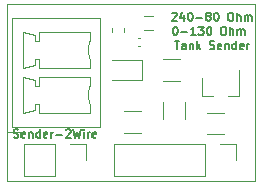
<source format=gbr>
%TF.GenerationSoftware,KiCad,Pcbnew,(5.1.8-0-10_14)*%
%TF.CreationDate,2020-11-19T20:53:49+01:00*%
%TF.ProjectId,Tank_Sender,54616e6b-5f53-4656-9e64-65722e6b6963,rev?*%
%TF.SameCoordinates,Original*%
%TF.FileFunction,Legend,Top*%
%TF.FilePolarity,Positive*%
%FSLAX46Y46*%
G04 Gerber Fmt 4.6, Leading zero omitted, Abs format (unit mm)*
G04 Created by KiCad (PCBNEW (5.1.8-0-10_14)) date 2020-11-19 20:53:49*
%MOMM*%
%LPD*%
G01*
G04 APERTURE LIST*
%ADD10C,0.150000*%
%TA.AperFunction,Profile*%
%ADD11C,0.050000*%
%TD*%
%ADD12C,0.120000*%
G04 APERTURE END LIST*
D10*
X119600000Y-87283333D02*
X119700000Y-87316666D01*
X119866666Y-87316666D01*
X119933333Y-87283333D01*
X119966666Y-87250000D01*
X120000000Y-87183333D01*
X120000000Y-87116666D01*
X119966666Y-87050000D01*
X119933333Y-87016666D01*
X119866666Y-86983333D01*
X119733333Y-86950000D01*
X119666666Y-86916666D01*
X119633333Y-86883333D01*
X119600000Y-86816666D01*
X119600000Y-86750000D01*
X119633333Y-86683333D01*
X119666666Y-86650000D01*
X119733333Y-86616666D01*
X119900000Y-86616666D01*
X120000000Y-86650000D01*
X120566666Y-87283333D02*
X120500000Y-87316666D01*
X120366666Y-87316666D01*
X120300000Y-87283333D01*
X120266666Y-87216666D01*
X120266666Y-86950000D01*
X120300000Y-86883333D01*
X120366666Y-86850000D01*
X120500000Y-86850000D01*
X120566666Y-86883333D01*
X120600000Y-86950000D01*
X120600000Y-87016666D01*
X120266666Y-87083333D01*
X120900000Y-86850000D02*
X120900000Y-87316666D01*
X120900000Y-86916666D02*
X120933333Y-86883333D01*
X121000000Y-86850000D01*
X121100000Y-86850000D01*
X121166666Y-86883333D01*
X121200000Y-86950000D01*
X121200000Y-87316666D01*
X121833333Y-87316666D02*
X121833333Y-86616666D01*
X121833333Y-87283333D02*
X121766666Y-87316666D01*
X121633333Y-87316666D01*
X121566666Y-87283333D01*
X121533333Y-87250000D01*
X121500000Y-87183333D01*
X121500000Y-86983333D01*
X121533333Y-86916666D01*
X121566666Y-86883333D01*
X121633333Y-86850000D01*
X121766666Y-86850000D01*
X121833333Y-86883333D01*
X122433333Y-87283333D02*
X122366666Y-87316666D01*
X122233333Y-87316666D01*
X122166666Y-87283333D01*
X122133333Y-87216666D01*
X122133333Y-86950000D01*
X122166666Y-86883333D01*
X122233333Y-86850000D01*
X122366666Y-86850000D01*
X122433333Y-86883333D01*
X122466666Y-86950000D01*
X122466666Y-87016666D01*
X122133333Y-87083333D01*
X122766666Y-87316666D02*
X122766666Y-86850000D01*
X122766666Y-86983333D02*
X122800000Y-86916666D01*
X122833333Y-86883333D01*
X122900000Y-86850000D01*
X122966666Y-86850000D01*
X123200000Y-87050000D02*
X123733333Y-87050000D01*
X124033333Y-86683333D02*
X124066666Y-86650000D01*
X124133333Y-86616666D01*
X124300000Y-86616666D01*
X124366666Y-86650000D01*
X124400000Y-86683333D01*
X124433333Y-86750000D01*
X124433333Y-86816666D01*
X124400000Y-86916666D01*
X124000000Y-87316666D01*
X124433333Y-87316666D01*
X124666666Y-86616666D02*
X124833333Y-87316666D01*
X124966666Y-86816666D01*
X125100000Y-87316666D01*
X125266666Y-86616666D01*
X125533333Y-87316666D02*
X125533333Y-86850000D01*
X125533333Y-86616666D02*
X125500000Y-86650000D01*
X125533333Y-86683333D01*
X125566666Y-86650000D01*
X125533333Y-86616666D01*
X125533333Y-86683333D01*
X125866666Y-87316666D02*
X125866666Y-86850000D01*
X125866666Y-86983333D02*
X125900000Y-86916666D01*
X125933333Y-86883333D01*
X126000000Y-86850000D01*
X126066666Y-86850000D01*
X126566666Y-87283333D02*
X126500000Y-87316666D01*
X126366666Y-87316666D01*
X126300000Y-87283333D01*
X126266666Y-87216666D01*
X126266666Y-86950000D01*
X126300000Y-86883333D01*
X126366666Y-86850000D01*
X126500000Y-86850000D01*
X126566666Y-86883333D01*
X126600000Y-86950000D01*
X126600000Y-87016666D01*
X126266666Y-87083333D01*
X133016666Y-76783333D02*
X133050000Y-76750000D01*
X133116666Y-76716666D01*
X133283333Y-76716666D01*
X133350000Y-76750000D01*
X133383333Y-76783333D01*
X133416666Y-76850000D01*
X133416666Y-76916666D01*
X133383333Y-77016666D01*
X132983333Y-77416666D01*
X133416666Y-77416666D01*
X134016666Y-76950000D02*
X134016666Y-77416666D01*
X133850000Y-76683333D02*
X133683333Y-77183333D01*
X134116666Y-77183333D01*
X134516666Y-76716666D02*
X134583333Y-76716666D01*
X134650000Y-76750000D01*
X134683333Y-76783333D01*
X134716666Y-76850000D01*
X134750000Y-76983333D01*
X134750000Y-77150000D01*
X134716666Y-77283333D01*
X134683333Y-77350000D01*
X134650000Y-77383333D01*
X134583333Y-77416666D01*
X134516666Y-77416666D01*
X134450000Y-77383333D01*
X134416666Y-77350000D01*
X134383333Y-77283333D01*
X134350000Y-77150000D01*
X134350000Y-76983333D01*
X134383333Y-76850000D01*
X134416666Y-76783333D01*
X134450000Y-76750000D01*
X134516666Y-76716666D01*
X135050000Y-77150000D02*
X135583333Y-77150000D01*
X136016666Y-77016666D02*
X135950000Y-76983333D01*
X135916666Y-76950000D01*
X135883333Y-76883333D01*
X135883333Y-76850000D01*
X135916666Y-76783333D01*
X135950000Y-76750000D01*
X136016666Y-76716666D01*
X136150000Y-76716666D01*
X136216666Y-76750000D01*
X136250000Y-76783333D01*
X136283333Y-76850000D01*
X136283333Y-76883333D01*
X136250000Y-76950000D01*
X136216666Y-76983333D01*
X136150000Y-77016666D01*
X136016666Y-77016666D01*
X135950000Y-77050000D01*
X135916666Y-77083333D01*
X135883333Y-77150000D01*
X135883333Y-77283333D01*
X135916666Y-77350000D01*
X135950000Y-77383333D01*
X136016666Y-77416666D01*
X136150000Y-77416666D01*
X136216666Y-77383333D01*
X136250000Y-77350000D01*
X136283333Y-77283333D01*
X136283333Y-77150000D01*
X136250000Y-77083333D01*
X136216666Y-77050000D01*
X136150000Y-77016666D01*
X136716666Y-76716666D02*
X136783333Y-76716666D01*
X136850000Y-76750000D01*
X136883333Y-76783333D01*
X136916666Y-76850000D01*
X136950000Y-76983333D01*
X136950000Y-77150000D01*
X136916666Y-77283333D01*
X136883333Y-77350000D01*
X136850000Y-77383333D01*
X136783333Y-77416666D01*
X136716666Y-77416666D01*
X136650000Y-77383333D01*
X136616666Y-77350000D01*
X136583333Y-77283333D01*
X136550000Y-77150000D01*
X136550000Y-76983333D01*
X136583333Y-76850000D01*
X136616666Y-76783333D01*
X136650000Y-76750000D01*
X136716666Y-76716666D01*
X137916666Y-76716666D02*
X138050000Y-76716666D01*
X138116666Y-76750000D01*
X138183333Y-76816666D01*
X138216666Y-76950000D01*
X138216666Y-77183333D01*
X138183333Y-77316666D01*
X138116666Y-77383333D01*
X138050000Y-77416666D01*
X137916666Y-77416666D01*
X137850000Y-77383333D01*
X137783333Y-77316666D01*
X137750000Y-77183333D01*
X137750000Y-76950000D01*
X137783333Y-76816666D01*
X137850000Y-76750000D01*
X137916666Y-76716666D01*
X138516666Y-77416666D02*
X138516666Y-76716666D01*
X138816666Y-77416666D02*
X138816666Y-77050000D01*
X138783333Y-76983333D01*
X138716666Y-76950000D01*
X138616666Y-76950000D01*
X138550000Y-76983333D01*
X138516666Y-77016666D01*
X139150000Y-77416666D02*
X139150000Y-76950000D01*
X139150000Y-77016666D02*
X139183333Y-76983333D01*
X139250000Y-76950000D01*
X139350000Y-76950000D01*
X139416666Y-76983333D01*
X139450000Y-77050000D01*
X139450000Y-77416666D01*
X139450000Y-77050000D02*
X139483333Y-76983333D01*
X139550000Y-76950000D01*
X139650000Y-76950000D01*
X139716666Y-76983333D01*
X139750000Y-77050000D01*
X139750000Y-77416666D01*
X133250000Y-77916666D02*
X133316666Y-77916666D01*
X133383333Y-77950000D01*
X133416666Y-77983333D01*
X133450000Y-78050000D01*
X133483333Y-78183333D01*
X133483333Y-78350000D01*
X133450000Y-78483333D01*
X133416666Y-78550000D01*
X133383333Y-78583333D01*
X133316666Y-78616666D01*
X133250000Y-78616666D01*
X133183333Y-78583333D01*
X133150000Y-78550000D01*
X133116666Y-78483333D01*
X133083333Y-78350000D01*
X133083333Y-78183333D01*
X133116666Y-78050000D01*
X133150000Y-77983333D01*
X133183333Y-77950000D01*
X133250000Y-77916666D01*
X133783333Y-78350000D02*
X134316666Y-78350000D01*
X135016666Y-78616666D02*
X134616666Y-78616666D01*
X134816666Y-78616666D02*
X134816666Y-77916666D01*
X134750000Y-78016666D01*
X134683333Y-78083333D01*
X134616666Y-78116666D01*
X135250000Y-77916666D02*
X135683333Y-77916666D01*
X135450000Y-78183333D01*
X135550000Y-78183333D01*
X135616666Y-78216666D01*
X135650000Y-78250000D01*
X135683333Y-78316666D01*
X135683333Y-78483333D01*
X135650000Y-78550000D01*
X135616666Y-78583333D01*
X135550000Y-78616666D01*
X135350000Y-78616666D01*
X135283333Y-78583333D01*
X135250000Y-78550000D01*
X136116666Y-77916666D02*
X136183333Y-77916666D01*
X136250000Y-77950000D01*
X136283333Y-77983333D01*
X136316666Y-78050000D01*
X136350000Y-78183333D01*
X136350000Y-78350000D01*
X136316666Y-78483333D01*
X136283333Y-78550000D01*
X136250000Y-78583333D01*
X136183333Y-78616666D01*
X136116666Y-78616666D01*
X136050000Y-78583333D01*
X136016666Y-78550000D01*
X135983333Y-78483333D01*
X135950000Y-78350000D01*
X135950000Y-78183333D01*
X135983333Y-78050000D01*
X136016666Y-77983333D01*
X136050000Y-77950000D01*
X136116666Y-77916666D01*
X137316666Y-77916666D02*
X137450000Y-77916666D01*
X137516666Y-77950000D01*
X137583333Y-78016666D01*
X137616666Y-78150000D01*
X137616666Y-78383333D01*
X137583333Y-78516666D01*
X137516666Y-78583333D01*
X137450000Y-78616666D01*
X137316666Y-78616666D01*
X137250000Y-78583333D01*
X137183333Y-78516666D01*
X137150000Y-78383333D01*
X137150000Y-78150000D01*
X137183333Y-78016666D01*
X137250000Y-77950000D01*
X137316666Y-77916666D01*
X137916666Y-78616666D02*
X137916666Y-77916666D01*
X138216666Y-78616666D02*
X138216666Y-78250000D01*
X138183333Y-78183333D01*
X138116666Y-78150000D01*
X138016666Y-78150000D01*
X137950000Y-78183333D01*
X137916666Y-78216666D01*
X138550000Y-78616666D02*
X138550000Y-78150000D01*
X138550000Y-78216666D02*
X138583333Y-78183333D01*
X138650000Y-78150000D01*
X138750000Y-78150000D01*
X138816666Y-78183333D01*
X138850000Y-78250000D01*
X138850000Y-78616666D01*
X138850000Y-78250000D02*
X138883333Y-78183333D01*
X138950000Y-78150000D01*
X139050000Y-78150000D01*
X139116666Y-78183333D01*
X139150000Y-78250000D01*
X139150000Y-78616666D01*
X133233333Y-79116666D02*
X133633333Y-79116666D01*
X133433333Y-79816666D02*
X133433333Y-79116666D01*
X134166666Y-79816666D02*
X134166666Y-79450000D01*
X134133333Y-79383333D01*
X134066666Y-79350000D01*
X133933333Y-79350000D01*
X133866666Y-79383333D01*
X134166666Y-79783333D02*
X134100000Y-79816666D01*
X133933333Y-79816666D01*
X133866666Y-79783333D01*
X133833333Y-79716666D01*
X133833333Y-79650000D01*
X133866666Y-79583333D01*
X133933333Y-79550000D01*
X134100000Y-79550000D01*
X134166666Y-79516666D01*
X134500000Y-79350000D02*
X134500000Y-79816666D01*
X134500000Y-79416666D02*
X134533333Y-79383333D01*
X134600000Y-79350000D01*
X134700000Y-79350000D01*
X134766666Y-79383333D01*
X134800000Y-79450000D01*
X134800000Y-79816666D01*
X135133333Y-79816666D02*
X135133333Y-79116666D01*
X135200000Y-79550000D02*
X135400000Y-79816666D01*
X135400000Y-79350000D02*
X135133333Y-79616666D01*
X136200000Y-79783333D02*
X136300000Y-79816666D01*
X136466666Y-79816666D01*
X136533333Y-79783333D01*
X136566666Y-79750000D01*
X136600000Y-79683333D01*
X136600000Y-79616666D01*
X136566666Y-79550000D01*
X136533333Y-79516666D01*
X136466666Y-79483333D01*
X136333333Y-79450000D01*
X136266666Y-79416666D01*
X136233333Y-79383333D01*
X136200000Y-79316666D01*
X136200000Y-79250000D01*
X136233333Y-79183333D01*
X136266666Y-79150000D01*
X136333333Y-79116666D01*
X136500000Y-79116666D01*
X136600000Y-79150000D01*
X137166666Y-79783333D02*
X137100000Y-79816666D01*
X136966666Y-79816666D01*
X136900000Y-79783333D01*
X136866666Y-79716666D01*
X136866666Y-79450000D01*
X136900000Y-79383333D01*
X136966666Y-79350000D01*
X137100000Y-79350000D01*
X137166666Y-79383333D01*
X137200000Y-79450000D01*
X137200000Y-79516666D01*
X136866666Y-79583333D01*
X137500000Y-79350000D02*
X137500000Y-79816666D01*
X137500000Y-79416666D02*
X137533333Y-79383333D01*
X137600000Y-79350000D01*
X137700000Y-79350000D01*
X137766666Y-79383333D01*
X137800000Y-79450000D01*
X137800000Y-79816666D01*
X138433333Y-79816666D02*
X138433333Y-79116666D01*
X138433333Y-79783333D02*
X138366666Y-79816666D01*
X138233333Y-79816666D01*
X138166666Y-79783333D01*
X138133333Y-79750000D01*
X138100000Y-79683333D01*
X138100000Y-79483333D01*
X138133333Y-79416666D01*
X138166666Y-79383333D01*
X138233333Y-79350000D01*
X138366666Y-79350000D01*
X138433333Y-79383333D01*
X139033333Y-79783333D02*
X138966666Y-79816666D01*
X138833333Y-79816666D01*
X138766666Y-79783333D01*
X138733333Y-79716666D01*
X138733333Y-79450000D01*
X138766666Y-79383333D01*
X138833333Y-79350000D01*
X138966666Y-79350000D01*
X139033333Y-79383333D01*
X139066666Y-79450000D01*
X139066666Y-79516666D01*
X138733333Y-79583333D01*
X139366666Y-79816666D02*
X139366666Y-79350000D01*
X139366666Y-79483333D02*
X139400000Y-79416666D01*
X139433333Y-79383333D01*
X139500000Y-79350000D01*
X139566666Y-79350000D01*
D11*
X119000000Y-76000000D02*
X119000000Y-91000000D01*
X140000000Y-76000000D02*
X119000000Y-76000000D01*
X140000000Y-91000000D02*
X140000000Y-76000000D01*
X119000000Y-91000000D02*
X140000000Y-91000000D01*
D12*
%TO.C,U101*%
X135520000Y-83760000D02*
X136450000Y-83760000D01*
X138680000Y-83760000D02*
X137750000Y-83760000D01*
X138680000Y-83760000D02*
X138680000Y-81600000D01*
X135520000Y-83760000D02*
X135520000Y-82300000D01*
%TO.C,R102*%
X133727064Y-82510000D02*
X132272936Y-82510000D01*
X133727064Y-80690000D02*
X132272936Y-80690000D01*
%TO.C,R101*%
X132290000Y-85727064D02*
X132290000Y-84272936D01*
X134110000Y-85727064D02*
X134110000Y-84272936D01*
%TO.C,J103*%
X126049845Y-79140353D02*
G75*
G03*
X126050000Y-80640000I1700155J-749647D01*
G01*
X126049845Y-82950353D02*
G75*
G03*
X126050000Y-84450000I1700155J-749647D01*
G01*
X119440000Y-86410000D02*
X126910000Y-86410000D01*
X126910000Y-86410000D02*
X126910000Y-77180000D01*
X126910000Y-77180000D02*
X119440000Y-77180000D01*
X119440000Y-77180000D02*
X119440000Y-86410000D01*
X126050000Y-84450000D02*
X126050000Y-85200000D01*
X126050000Y-85200000D02*
X121750000Y-85200000D01*
X121750000Y-85200000D02*
X121750000Y-84450000D01*
X121750000Y-84450000D02*
X121400000Y-84450000D01*
X121400000Y-84450000D02*
X121400000Y-84950000D01*
X121400000Y-84950000D02*
X120400000Y-85200000D01*
X120400000Y-85200000D02*
X120400000Y-82200000D01*
X120400000Y-82200000D02*
X121400000Y-82450000D01*
X121400000Y-82450000D02*
X121400000Y-82950000D01*
X121400000Y-82950000D02*
X121750000Y-82950000D01*
X121750000Y-82950000D02*
X121750000Y-82200000D01*
X121750000Y-82200000D02*
X126050000Y-82200000D01*
X126050000Y-82200000D02*
X126050000Y-82950000D01*
X126050000Y-80640000D02*
X126050000Y-81390000D01*
X126050000Y-81390000D02*
X121750000Y-81390000D01*
X121750000Y-81390000D02*
X121750000Y-80640000D01*
X121750000Y-80640000D02*
X121400000Y-80640000D01*
X121400000Y-80640000D02*
X121400000Y-81140000D01*
X121400000Y-81140000D02*
X120400000Y-81390000D01*
X120400000Y-81390000D02*
X120400000Y-78390000D01*
X120400000Y-78390000D02*
X121400000Y-78640000D01*
X121400000Y-78640000D02*
X121400000Y-79140000D01*
X121400000Y-79140000D02*
X121750000Y-79140000D01*
X121750000Y-79140000D02*
X121750000Y-78390000D01*
X121750000Y-78390000D02*
X126050000Y-78390000D01*
X126050000Y-78390000D02*
X126050000Y-79140000D01*
X120300000Y-86800000D02*
X119050000Y-86800000D01*
X119050000Y-86800000D02*
X119050000Y-84800000D01*
%TO.C,J102*%
X120490000Y-87870000D02*
X120490000Y-90530000D01*
X123090000Y-87870000D02*
X120490000Y-87870000D01*
X123090000Y-90530000D02*
X120490000Y-90530000D01*
X123090000Y-87870000D02*
X123090000Y-90530000D01*
X124360000Y-87870000D02*
X125690000Y-87870000D01*
X125690000Y-87870000D02*
X125690000Y-89200000D01*
%TO.C,J101*%
X128110000Y-87870000D02*
X128110000Y-90530000D01*
X135790000Y-87870000D02*
X128110000Y-87870000D01*
X135790000Y-90530000D02*
X128110000Y-90530000D01*
X135790000Y-87870000D02*
X135790000Y-90530000D01*
X137060000Y-87870000D02*
X138390000Y-87870000D01*
X138390000Y-87870000D02*
X138390000Y-89200000D01*
%TO.C,FB101*%
X130600378Y-77040000D02*
X131399622Y-77040000D01*
X130600378Y-78160000D02*
X131399622Y-78160000D01*
%TO.C,D101*%
X130500000Y-82450000D02*
X130500000Y-80750000D01*
X130500000Y-80750000D02*
X127950000Y-80750000D01*
X130500000Y-82450000D02*
X127950000Y-82450000D01*
%TO.C,C104*%
X128910000Y-78059420D02*
X128910000Y-78340580D01*
X127890000Y-78059420D02*
X127890000Y-78340580D01*
%TO.C,C103*%
X130307836Y-79560000D02*
X130092164Y-79560000D01*
X130307836Y-78840000D02*
X130092164Y-78840000D01*
%TO.C,C102*%
X128988748Y-85090000D02*
X130411252Y-85090000D01*
X128988748Y-86910000D02*
X130411252Y-86910000D01*
%TO.C,C101*%
X137411252Y-87010000D02*
X135988748Y-87010000D01*
X137411252Y-85190000D02*
X135988748Y-85190000D01*
%TD*%
M02*

</source>
